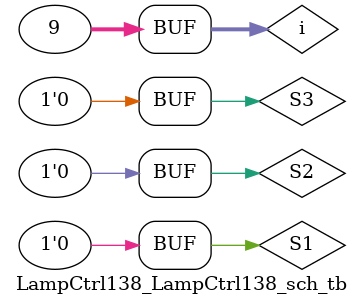
<source format=v>

`timescale 1ns / 1ps

module LampCtrl138_LampCtrl138_sch_tb();

// Inputs
   reg XLXN_26;
   reg XLXN_27;
   reg XLXN_29;
   reg XLXN_30;
   reg XLXN_31;
   reg XLXN_32;

// Output
   wire XLXN_38;

// Bidirs

// Instantiate the UUT
   LampCtrl138 UUT (
		.XLXN_26(XLXN_26), 
		.XLXN_27(XLXN_27), 
		.XLXN_29(XLXN_29), 
		.XLXN_30(XLXN_30), 
		.XLXN_31(XLXN_31), 
		.XLXN_32(XLXN_32), 
		.XLXN_38(XLXN_38)
   );
// Initialize Inputs
	 integer i;
	 initial begin
		for(i=0;i<=8;i=i+1)
			begin
			{S3,S2,S1} <= i;
			#50;
		end
	end
endmodule

</source>
